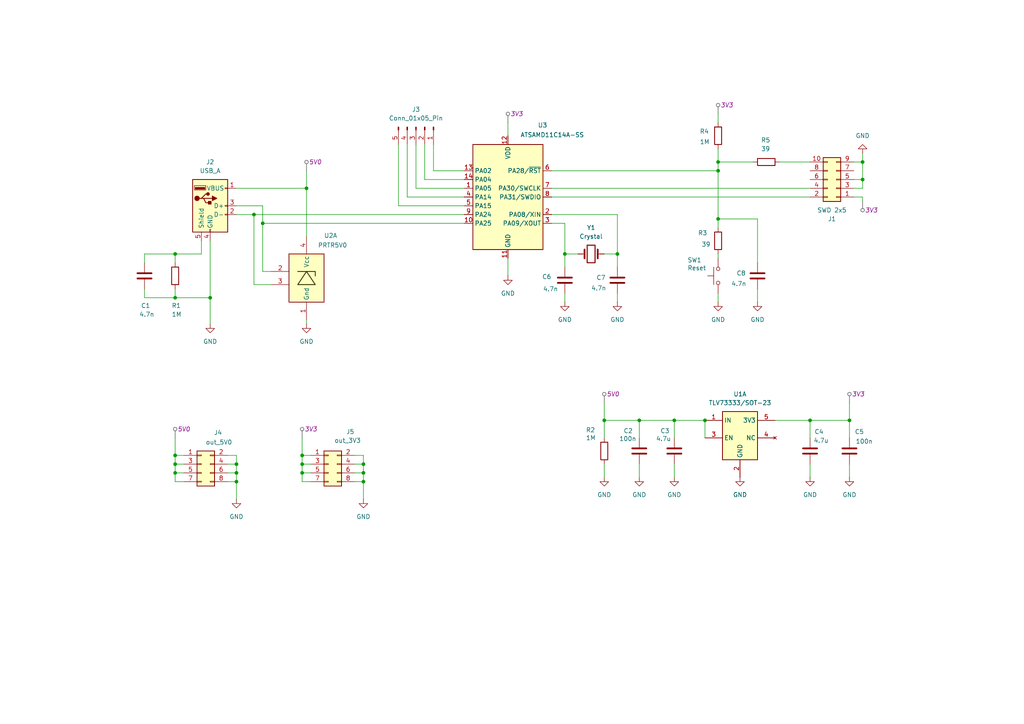
<source format=kicad_sch>
(kicad_sch (version 20231120) (generator "eeschema") (generator_version "8.0")
  (paper "A4")
  (lib_symbols
    (symbol "Connector:Conn_01x05_Pin" (pin_names (offset 1.016) hide)
      (property "Reference" "J" (at 0 7.62 0))
      (property "Value" "Conn_01x05_Pin" (at 0 -7.62 0))
      (symbol "Conn_01x05_Pin_1_1"
        (polyline (pts (xy 1.27 -5.08) (xy 0.8636 -5.08)) (stroke (width 0.1524)))
        (polyline (pts (xy 1.27 -2.54) (xy 0.8636 -2.54)) (stroke (width 0.1524)))
        (polyline (pts (xy 1.27 0) (xy 0.8636 0)) (stroke (width 0.1524)))
        (polyline (pts (xy 1.27 2.54) (xy 0.8636 2.54)) (stroke (width 0.1524)))
        (polyline (pts (xy 1.27 5.08) (xy 0.8636 5.08)) (stroke (width 0.1524)))
        (rectangle (start 0.8636 -4.953) (end 0 -5.207) (stroke (width 0.1524)) (fill (type outline)))
        (rectangle (start 0.8636 -2.413) (end 0 -2.667) (stroke (width 0.1524)) (fill (type outline)))
        (rectangle (start 0.8636 0.127) (end 0 -0.127) (stroke (width 0.1524)) (fill (type outline)))
        (rectangle (start 0.8636 2.667) (end 0 2.413) (stroke (width 0.1524)) (fill (type outline)))
        (rectangle (start 0.8636 5.207) (end 0 4.953) (stroke (width 0.1524)) (fill (type outline)))
        (pin passive line (at 5.08 5.08 180) (length 3.81) (name "Pin_1") (number "1"))
        (pin passive line (at 5.08 2.54 180) (length 3.81) (name "Pin_2") (number "2"))
        (pin passive line (at 5.08 0 180) (length 3.81) (name "Pin_3") (number "3"))
        (pin passive line (at 5.08 -2.54 180) (length 3.81) (name "Pin_4") (number "4"))
        (pin passive line (at 5.08 -5.08 180) (length 3.81) (name "Pin_5") (number "5"))
      )
    )
    (symbol "Connector:USB_A" (pin_names (offset 1.016))
      (property "Reference" "J" (at -5.08 11.43 0))
      (property "Value" "USB_A" (at -5.08 8.89 0))
      (symbol "USB_A_0_1"
        (rectangle (start -5.08 -7.62) (end 5.08 7.62) (stroke (width 0.254)) (fill (type background)))
        (circle (center -3.81 2.159) (radius 0.635) (stroke (width 0.254)) (fill (type outline)))
        (rectangle (start -1.524 4.826) (end -4.318 5.334) (fill (type outline)))
        (rectangle (start -1.27 4.572) (end -4.572 5.842))
        (circle (center -0.635 3.429) (radius 0.381) (stroke (width 0.254)) (fill (type outline)))
        (rectangle (start -0.127 -7.62) (end 0.127 -6.858))
        (polyline (pts (xy -3.175 2.159) (xy -2.54 2.159) (xy -1.27 3.429) (xy -0.635 3.429)) (stroke (width 0.254)))
        (polyline (pts (xy -2.54 2.159) (xy -1.905 2.159) (xy -1.27 0.889) (xy 0 0.889)) (stroke (width 0.254)))
        (polyline (pts (xy 0.635 2.794) (xy 0.635 1.524) (xy 1.905 2.159) (xy 0.635 2.794)) (stroke (width 0.254)) (fill (type outline)))
        (rectangle (start 0.254 1.27) (end -0.508 0.508) (stroke (width 0.254)) (fill (type outline)))
        (rectangle (start 5.08 -2.667) (end 4.318 -2.413))
        (rectangle (start 5.08 -0.127) (end 4.318 0.127))
        (rectangle (start 5.08 4.953) (end 4.318 5.207))
      )
      (symbol "USB_A_1_1"
        (polyline (pts (xy -1.905 2.159) (xy 0.635 2.159)) (stroke (width 0.254)))
        (pin power_in line (at 7.62 5.08 180) (length 2.54) (name "VBUS") (number "1"))
        (pin bidirectional line (at 7.62 -2.54 180) (length 2.54) (name "D-") (number "2"))
        (pin bidirectional line (at 7.62 0 180) (length 2.54) (name "D+") (number "3"))
        (pin power_in line (at 0 -10.16 90) (length 2.54) (name "GND") (number "4"))
        (pin passive line (at -2.54 -10.16 90) (length 2.54) (name "Shield") (number "5"))
      )
    )
    (symbol "Connector_Generic:Conn_02x04_Odd_Even" (pin_names (offset 1.016) hide)
      (property "Reference" "J" (at 1.27 5.08 0))
      (property "Value" "Conn_02x04_Odd_Even" (at 1.27 -7.62 0))
      (symbol "Conn_02x04_Odd_Even_1_1"
        (rectangle (start -1.27 -4.953) (end 0 -5.207) (stroke (width 0.1524)))
        (rectangle (start -1.27 -2.413) (end 0 -2.667) (stroke (width 0.1524)))
        (rectangle (start -1.27 0.127) (end 0 -0.127) (stroke (width 0.1524)))
        (rectangle (start -1.27 2.667) (end 0 2.413) (stroke (width 0.1524)))
        (rectangle (start -1.27 3.81) (end 3.81 -6.35) (stroke (width 0.254)) (fill (type background)))
        (rectangle (start 3.81 -4.953) (end 2.54 -5.207) (stroke (width 0.1524)))
        (rectangle (start 3.81 -2.413) (end 2.54 -2.667) (stroke (width 0.1524)))
        (rectangle (start 3.81 0.127) (end 2.54 -0.127) (stroke (width 0.1524)))
        (rectangle (start 3.81 2.667) (end 2.54 2.413) (stroke (width 0.1524)))
        (pin passive line (at -5.08 2.54 0) (length 3.81) (name "Pin_1") (number "1"))
        (pin passive line (at 7.62 2.54 180) (length 3.81) (name "Pin_2") (number "2"))
        (pin passive line (at -5.08 0 0) (length 3.81) (name "Pin_3") (number "3"))
        (pin passive line (at 7.62 0 180) (length 3.81) (name "Pin_4") (number "4"))
        (pin passive line (at -5.08 -2.54 0) (length 3.81) (name "Pin_5") (number "5"))
        (pin passive line (at 7.62 -2.54 180) (length 3.81) (name "Pin_6") (number "6"))
        (pin passive line (at -5.08 -5.08 0) (length 3.81) (name "Pin_7") (number "7"))
        (pin passive line (at 7.62 -5.08 180) (length 3.81) (name "Pin_8") (number "8"))
      )
    )
    (symbol "Connector_Generic:Conn_02x05_Odd_Even" (pin_names (offset 1.016) hide)
      (property "Reference" "J" (at 1.27 7.62 0))
      (property "Value" "Conn_02x05_Odd_Even" (at 1.27 -7.62 0))
      (symbol "Conn_02x05_Odd_Even_1_1"
        (rectangle (start -1.27 -4.953) (end 0 -5.207) (stroke (width 0.1524)))
        (rectangle (start -1.27 -2.413) (end 0 -2.667) (stroke (width 0.1524)))
        (rectangle (start -1.27 0.127) (end 0 -0.127) (stroke (width 0.1524)))
        (rectangle (start -1.27 2.667) (end 0 2.413) (stroke (width 0.1524)))
        (rectangle (start -1.27 5.207) (end 0 4.953) (stroke (width 0.1524)))
        (rectangle (start -1.27 6.35) (end 3.81 -6.35) (stroke (width 0.254)) (fill (type background)))
        (rectangle (start 3.81 -4.953) (end 2.54 -5.207) (stroke (width 0.1524)))
        (rectangle (start 3.81 -2.413) (end 2.54 -2.667) (stroke (width 0.1524)))
        (rectangle (start 3.81 0.127) (end 2.54 -0.127) (stroke (width 0.1524)))
        (rectangle (start 3.81 2.667) (end 2.54 2.413) (stroke (width 0.1524)))
        (rectangle (start 3.81 5.207) (end 2.54 4.953) (stroke (width 0.1524)))
        (pin passive line (at -5.08 5.08 0) (length 3.81) (name "Pin_1") (number "1"))
        (pin passive line (at 7.62 -5.08 180) (length 3.81) (name "Pin_10") (number "10"))
        (pin passive line (at 7.62 5.08 180) (length 3.81) (name "Pin_2") (number "2"))
        (pin passive line (at -5.08 2.54 0) (length 3.81) (name "Pin_3") (number "3"))
        (pin passive line (at 7.62 2.54 180) (length 3.81) (name "Pin_4") (number "4"))
        (pin passive line (at -5.08 0 0) (length 3.81) (name "Pin_5") (number "5"))
        (pin passive line (at 7.62 0 180) (length 3.81) (name "Pin_6") (number "6"))
        (pin passive line (at -5.08 -2.54 0) (length 3.81) (name "Pin_7") (number "7"))
        (pin passive line (at 7.62 -2.54 180) (length 3.81) (name "Pin_8") (number "8"))
        (pin passive line (at -5.08 -5.08 0) (length 3.81) (name "Pin_9") (number "9"))
      )
    )
    (symbol "Device:C" (pin_numbers hide) (pin_names (offset 0.254))
      (property "Reference" "C" (at 0.635 2.54 0))
      (property "Value" "C" (at 0.635 -2.54 0))
      (symbol "C_0_1"
        (polyline (pts (xy -2.032 -0.762) (xy 2.032 -0.762)) (stroke (width 0.508)))
        (polyline (pts (xy -2.032 0.762) (xy 2.032 0.762)) (stroke (width 0.508)))
      )
      (symbol "C_1_1"
        (pin passive line (at 0 3.81 270) (length 2.794) (name "~") (number "1"))
        (pin passive line (at 0 -3.81 90) (length 2.794) (name "~") (number "2"))
      )
    )
    (symbol "Device:Crystal" (pin_numbers hide) (pin_names (offset 1.016) hide)
      (property "Reference" "Y" (at 0 3.81 0))
      (property "Value" "Crystal" (at 0 -3.81 0))
      (symbol "Crystal_0_1"
        (rectangle (start -1.143 2.54) (end 1.143 -2.54) (stroke (width 0.3048)))
        (polyline (pts (xy -2.54 0) (xy -1.905 0)))
        (polyline (pts (xy -1.905 -1.27) (xy -1.905 1.27)) (stroke (width 0.508)))
        (polyline (pts (xy 1.905 -1.27) (xy 1.905 1.27)) (stroke (width 0.508)))
        (polyline (pts (xy 2.54 0) (xy 1.905 0)))
      )
      (symbol "Crystal_1_1"
        (pin passive line (at -3.81 0 0) (length 1.27) (name "1") (number "1"))
        (pin passive line (at 3.81 0 180) (length 1.27) (name "2") (number "2"))
      )
    )
    (symbol "Device:R" (pin_numbers hide) (pin_names (offset 0))
      (property "Reference" "R" (at 2.032 0 90))
      (property "Value" "R" (at 0 0 90))
      (symbol "R_0_1"
        (rectangle (start -1.016 -2.54) (end 1.016 2.54) (stroke (width 0.254)))
      )
      (symbol "R_1_1"
        (pin passive line (at 0 3.81 270) (length 1.27) (name "~") (number "1"))
        (pin passive line (at 0 -3.81 90) (length 1.27) (name "~") (number "2"))
      )
    )
    (symbol "MCU_Microchip_SAMD:ATSAMD11C14A-SS"
      (property "Reference" "U" (at -10.16 16.51 0))
      (property "Value" "ATSAMD11C14A-SS" (at 1.27 16.51 0))
      (symbol "ATSAMD11C14A-SS_0_1"
        (rectangle (start -10.16 15.24) (end 10.16 -15.24) (stroke (width 0.254)) (fill (type background)))
      )
      (symbol "ATSAMD11C14A-SS_1_1"
        (pin bidirectional line (at 12.7 2.54 180) (length 2.54) (name "PA05") (number "1"))
        (pin bidirectional line (at 12.7 -7.62 180) (length 2.54) (name "PA25") (number "10"))
        (pin power_in line (at 0 -17.78 90) (length 2.54) (name "GND") (number "11"))
        (pin power_in line (at 0 17.78 270) (length 2.54) (name "VDD") (number "12"))
        (pin bidirectional line (at 12.7 7.62 180) (length 2.54) (name "PA02") (number "13"))
        (pin bidirectional line (at 12.7 5.08 180) (length 2.54) (name "PA04") (number "14"))
        (pin bidirectional line (at -12.7 -5.08 0) (length 2.54) (name "PA08/XIN") (number "2"))
        (pin bidirectional line (at -12.7 -7.62 0) (length 2.54) (name "PA09/XOUT") (number "3"))
        (pin bidirectional line (at 12.7 0 180) (length 2.54) (name "PA14") (number "4"))
        (pin bidirectional line (at 12.7 -2.54 180) (length 2.54) (name "PA15") (number "5"))
        (pin bidirectional line (at -12.7 7.62 0) (length 2.54) (name "PA28/~{RST}") (number "6"))
        (pin bidirectional line (at -12.7 2.54 0) (length 2.54) (name "PA30/SWCLK") (number "7"))
        (pin bidirectional line (at -12.7 0 0) (length 2.54) (name "PA31/SWDIO") (number "8"))
        (pin bidirectional line (at 12.7 -5.08 180) (length 2.54) (name "PA24") (number "9"))
      )
    )
    (symbol "Secoh:USB/PRTR5V0-SOT-143"
      (property "Reference" "U" (at 3.556 8.89 0))
      (property "Value" "PRTR5V0" (at 4.826 -8.382 0))
      (symbol "USB/PRTR5V0-SOT-143_0_0"
        (rectangle (start -5.08 7.62) (end 5.08 -6.35) (stroke (width 0.254)) (fill (type background)))
        (pin passive line (at 0 -11.43 90) (length 5.08) (name "Gnd") (number "1"))
        (pin passive line (at 0 12.7 270) (length 5.08) (name "Vcc") (number "4"))
      )
      (symbol "USB/PRTR5V0-SOT-143_0_1"
        (polyline (pts (xy -1.27 0) (xy -1.27 0)))
        (polyline (pts (xy -2.54 2.54) (xy 2.54 2.54) (xy 2.54 1.27)) (stroke (width 0.254) (color 52 50 0 1)))
        (polyline (pts (xy 0 2.54) (xy 2.54 -1.27) (xy -2.54 -1.27) (xy 0 2.54)) (stroke (width 0.254) (color 52 50 0 1)))
      )
      (symbol "USB/PRTR5V0-SOT-143_1_1"
        (pin input line (at -10.16 2.54 0) (length 5.08) (name "~") (number "2"))
        (pin input line (at -10.16 -1.27 0) (length 5.08) (name "~") (number "3"))
      )
      (symbol "USB/PRTR5V0-SOT-143_2_1"
        (pin input line (at -10.16 2.54 0) (length 7.62) (name "~") (number "5"))
        (pin input line (at -10.16 -2.54 0) (length 7.62) (name "~") (number "6"))
      )
      (symbol "USB/PRTR5V0-SOT-143_3_1"
        (pin input line (at -10.16 2.54 0) (length 7.62) (name "~") (number "8"))
        (pin input line (at -10.16 -2.54 0) (length 7.62) (name "~") (number "9"))
      )
      (symbol "USB/PRTR5V0-SOT-143_4_1"
        (pin input line (at -10.16 2.54 0) (length 7.62) (name "~") (number "12"))
        (pin input line (at -10.16 -2.54 0) (length 7.62) (name "~") (number "13"))
      )
    )
    (symbol "Secoh:VRegs/TLV73333-SOT-23"
      (property "Reference" "U" (at -4.572 9.398 0))
      (property "Value" "TLV73333/SOT-23" (at -0.508 6.858 0))
      (symbol "VRegs/TLV73333-SOT-23_0_0"
        (rectangle (start -5.08 5.08) (end 5.08 -8.89) (stroke (width 0.254)) (fill (type background)))
        (pin passive line (at 0 -13.97 90) (length 5.08) (name "GND") (number "2"))
        (pin no_connect line (at 10.16 -2.54 180) (length 5.08) (name "NC") (number "4"))
      )
      (symbol "VRegs/TLV73333-SOT-23_1_1"
        (pin input line (at -10.16 2.54 0) (length 5.08) (name "IN") (number "1"))
        (pin input line (at -10.16 -2.54 0) (length 5.08) (name "EN") (number "3"))
        (pin output line (at 10.16 2.54 180) (length 5.08) (name "3V3") (number "5"))
      )
      (symbol "VRegs/TLV73333-SOT-23_2_1"
        (pin output line (at 7.62 2.54 180) (length 5.08) (name "3V3") (number "4"))
        (pin input line (at -7.62 2.54 0) (length 5.08) (name "IN") (number "5"))
        (pin input line (at -7.62 -2.54 0) (length 5.08) (name "EN") (number "6"))
      )
      (symbol "VRegs/TLV73333-SOT-23_3_1"
        (pin output line (at 7.62 2.54 180) (length 5.08) (name "3V3") (number "10"))
        (pin input line (at -7.62 2.54 0) (length 5.08) (name "IN") (number "8"))
        (pin input line (at -7.62 -2.54 0) (length 5.08) (name "EN") (number "9"))
      )
      (symbol "VRegs/TLV73333-SOT-23_4_1"
        (pin output line (at 7.62 2.54 180) (length 5.08) (name "3V3") (number "11"))
        (pin input line (at -7.62 2.54 0) (length 5.08) (name "IN") (number "12"))
        (pin input line (at -7.62 -2.54 0) (length 5.08) (name "EN") (number "13"))
      )
    )
    (symbol "Switch:SW_Push" (pin_numbers hide) (pin_names (offset 1.016) hide)
      (property "Reference" "SW" (at 1.27 2.54 0))
      (property "Value" "SW_Push" (at 0 -1.524 0))
      (symbol "SW_Push_0_1"
        (circle (center -2.032 0) (radius 0.508))
        (polyline (pts (xy 0 1.27) (xy 0 3.048)))
        (polyline (pts (xy 2.54 1.27) (xy -2.54 1.27)))
        (circle (center 2.032 0) (radius 0.508))
        (pin passive line (at -5.08 0 0) (length 2.54) (name "1") (number "1"))
        (pin passive line (at 5.08 0 180) (length 2.54) (name "2") (number "2"))
      )
    )
    (symbol "power:GND" (power) (pin_numbers hide) (pin_names (offset 0) hide)
      (property "Value" "GND" (at 0 -3.81 0))
      (symbol "GND_0_1"
        (polyline (pts (xy 0 0) (xy 0 -1.27) (xy 1.27 -1.27) (xy 0 -2.54) (xy -1.27 -1.27) (xy 0 -1.27)))
      )
      (symbol "GND_1_1"
        (pin power_in line (at 0 0 270) (length 0) (name "~") (number "1"))
      )
    )
  )
  (junction (at 105.41 137.16))
  (junction (at 250.19 52.07))
  (junction (at 68.58 134.62))
  (junction (at 195.58 121.92))
  (junction (at 105.41 139.7))
  (junction (at 87.63 137.16))
  (junction (at 105.41 134.62))
  (junction (at 50.8 137.16))
  (junction (at 246.38 121.92))
  (junction (at 208.28 63.5))
  (junction (at 175.26 121.92))
  (junction (at 73.66 62.23))
  (junction (at 50.8 86.36))
  (junction (at 208.28 49.53))
  (junction (at 185.42 121.92))
  (junction (at 68.58 137.16))
  (junction (at 50.8 134.62))
  (junction (at 76.2 64.77))
  (junction (at 68.58 139.7))
  (junction (at 234.95 121.92))
  (junction (at 163.83 73.66))
  (junction (at 208.28 46.99))
  (junction (at 87.63 132.08))
  (junction (at 250.19 46.99))
  (junction (at 60.96 86.36))
  (junction (at 204.47 121.92))
  (junction (at 87.63 134.62))
  (junction (at 50.8 132.08))
  (junction (at 88.9 54.61))
  (junction (at 179.07 73.66))
  (junction (at 50.8 73.66))
  (wire (pts (xy 68.58 137.16) (xy 68.58 134.62)))
  (wire (pts (xy 53.34 139.7) (xy 50.8 139.7)))
  (wire (pts (xy 68.58 134.62) (xy 66.04 134.62)))
  (wire (pts (xy 208.28 66.04) (xy 208.28 63.5)))
  (wire (pts (xy 87.63 137.16) (xy 90.17 137.16)))
  (wire (pts (xy 208.28 85.09) (xy 208.28 87.63)))
  (wire (pts (xy 175.26 116.84) (xy 175.26 121.92)))
  (wire (pts (xy 105.41 139.7) (xy 105.41 137.16)))
  (wire (pts (xy 250.19 54.61) (xy 250.19 52.07)))
  (wire (pts (xy 208.28 46.99) (xy 208.28 49.53)))
  (wire (pts (xy 208.28 43.18) (xy 208.28 46.99)))
  (wire (pts (xy 163.83 73.66) (xy 167.64 73.66)))
  (wire (pts (xy 76.2 64.77) (xy 76.2 78.74)))
  (wire (pts (xy 105.41 137.16) (xy 102.87 137.16)))
  (wire (pts (xy 175.26 134.62) (xy 175.26 138.43)))
  (wire (pts (xy 125.73 41.91) (xy 125.73 49.53)))
  (wire (pts (xy 226.06 46.99) (xy 234.95 46.99)))
  (wire (pts (xy 87.63 127) (xy 87.63 132.08)))
  (wire (pts (xy 87.63 139.7) (xy 90.17 139.7)))
  (wire (pts (xy 66.04 139.7) (xy 68.58 139.7)))
  (wire (pts (xy 87.63 137.16) (xy 87.63 139.7)))
  (wire (pts (xy 87.63 134.62) (xy 87.63 137.16)))
  (wire (pts (xy 208.28 33.02) (xy 208.28 35.56)))
  (wire (pts (xy 50.8 86.36) (xy 60.96 86.36)))
  (wire (pts (xy 60.96 86.36) (xy 60.96 93.98)))
  (wire (pts (xy 118.11 41.91) (xy 118.11 57.15)))
  (wire (pts (xy 68.58 134.62) (xy 68.58 132.08)))
  (wire (pts (xy 224.79 121.92) (xy 234.95 121.92)))
  (wire (pts (xy 50.8 137.16) (xy 50.8 134.62)))
  (wire (pts (xy 105.41 132.08) (xy 105.41 134.62)))
  (wire (pts (xy 208.28 63.5) (xy 208.28 49.53)))
  (wire (pts (xy 219.71 83.82) (xy 219.71 87.63)))
  (wire (pts (xy 120.65 54.61) (xy 134.62 54.61)))
  (wire (pts (xy 73.66 62.23) (xy 134.62 62.23)))
  (wire (pts (xy 250.19 52.07) (xy 250.19 46.99)))
  (wire (pts (xy 68.58 137.16) (xy 66.04 137.16)))
  (wire (pts (xy 250.19 46.99) (xy 247.65 46.99)))
  (wire (pts (xy 87.63 134.62) (xy 90.17 134.62)))
  (wire (pts (xy 179.07 85.09) (xy 179.07 87.63)))
  (wire (pts (xy 76.2 59.69) (xy 76.2 64.77)))
  (wire (pts (xy 50.8 132.08) (xy 53.34 132.08)))
  (wire (pts (xy 41.91 86.36) (xy 50.8 86.36)))
  (wire (pts (xy 60.96 69.85) (xy 60.96 86.36)))
  (wire (pts (xy 90.17 132.08) (xy 87.63 132.08)))
  (wire (pts (xy 105.41 134.62) (xy 102.87 134.62)))
  (wire (pts (xy 50.8 73.66) (xy 41.91 73.66)))
  (wire (pts (xy 247.65 54.61) (xy 250.19 54.61)))
  (wire (pts (xy 234.95 134.62) (xy 234.95 138.43)))
  (wire (pts (xy 50.8 134.62) (xy 53.34 134.62)))
  (wire (pts (xy 246.38 121.92) (xy 246.38 127)))
  (wire (pts (xy 160.02 57.15) (xy 234.95 57.15)))
  (wire (pts (xy 50.8 134.62) (xy 50.8 132.08)))
  (wire (pts (xy 160.02 54.61) (xy 234.95 54.61)))
  (wire (pts (xy 88.9 49.53) (xy 88.9 54.61)))
  (wire (pts (xy 219.71 76.2) (xy 219.71 63.5)))
  (wire (pts (xy 195.58 121.92) (xy 185.42 121.92)))
  (wire (pts (xy 208.28 46.99) (xy 218.44 46.99)))
  (wire (pts (xy 76.2 64.77) (xy 134.62 64.77)))
  (wire (pts (xy 73.66 82.55) (xy 73.66 62.23)))
  (wire (pts (xy 50.8 73.66) (xy 58.42 73.66)))
  (wire (pts (xy 250.19 52.07) (xy 247.65 52.07)))
  (wire (pts (xy 185.42 121.92) (xy 175.26 121.92)))
  (wire (pts (xy 195.58 121.92) (xy 195.58 127)))
  (wire (pts (xy 219.71 63.5) (xy 208.28 63.5)))
  (wire (pts (xy 163.83 73.66) (xy 163.83 64.77)))
  (wire (pts (xy 76.2 78.74) (xy 78.74 78.74)))
  (wire (pts (xy 123.19 41.91) (xy 123.19 52.07)))
  (wire (pts (xy 105.41 139.7) (xy 105.41 144.78)))
  (wire (pts (xy 50.8 139.7) (xy 50.8 137.16)))
  (wire (pts (xy 58.42 73.66) (xy 58.42 69.85)))
  (wire (pts (xy 68.58 132.08) (xy 66.04 132.08)))
  (wire (pts (xy 163.83 64.77) (xy 160.02 64.77)))
  (wire (pts (xy 125.73 49.53) (xy 134.62 49.53)))
  (wire (pts (xy 88.9 68.58) (xy 88.9 54.61)))
  (wire (pts (xy 185.42 134.62) (xy 185.42 138.43)))
  (wire (pts (xy 179.07 73.66) (xy 175.26 73.66)))
  (wire (pts (xy 50.8 76.2) (xy 50.8 73.66)))
  (wire (pts (xy 41.91 83.82) (xy 41.91 86.36)))
  (wire (pts (xy 163.83 85.09) (xy 163.83 87.63)))
  (wire (pts (xy 68.58 139.7) (xy 68.58 137.16)))
  (wire (pts (xy 195.58 134.62) (xy 195.58 138.43)))
  (wire (pts (xy 246.38 116.84) (xy 246.38 121.92)))
  (wire (pts (xy 234.95 121.92) (xy 234.95 127)))
  (wire (pts (xy 50.8 127) (xy 50.8 132.08)))
  (wire (pts (xy 68.58 54.61) (xy 88.9 54.61)))
  (wire (pts (xy 115.57 41.91) (xy 115.57 59.69)))
  (wire (pts (xy 204.47 121.92) (xy 204.47 127)))
  (wire (pts (xy 160.02 49.53) (xy 208.28 49.53)))
  (wire (pts (xy 68.58 139.7) (xy 68.58 144.78)))
  (wire (pts (xy 105.41 134.62) (xy 105.41 137.16)))
  (wire (pts (xy 102.87 132.08) (xy 105.41 132.08)))
  (wire (pts (xy 163.83 77.47) (xy 163.83 73.66)))
  (wire (pts (xy 147.32 35.56) (xy 147.32 39.37)))
  (wire (pts (xy 50.8 137.16) (xy 53.34 137.16)))
  (wire (pts (xy 179.07 73.66) (xy 179.07 77.47)))
  (wire (pts (xy 68.58 59.69) (xy 76.2 59.69)))
  (wire (pts (xy 134.62 57.15) (xy 118.11 57.15)))
  (wire (pts (xy 250.19 57.15) (xy 247.65 57.15)))
  (wire (pts (xy 120.65 41.91) (xy 120.65 54.61)))
  (wire (pts (xy 175.26 121.92) (xy 175.26 127)))
  (wire (pts (xy 134.62 59.69) (xy 115.57 59.69)))
  (wire (pts (xy 234.95 121.92) (xy 246.38 121.92)))
  (wire (pts (xy 246.38 134.62) (xy 246.38 138.43)))
  (wire (pts (xy 250.19 58.42) (xy 250.19 57.15)))
  (wire (pts (xy 88.9 92.71) (xy 88.9 93.98)))
  (wire (pts (xy 208.28 73.66) (xy 208.28 74.93)))
  (wire (pts (xy 87.63 132.08) (xy 87.63 134.62)))
  (wire (pts (xy 185.42 121.92) (xy 185.42 127)))
  (wire (pts (xy 78.74 82.55) (xy 73.66 82.55)))
  (wire (pts (xy 179.07 62.23) (xy 179.07 73.66)))
  (wire (pts (xy 250.19 44.45) (xy 250.19 46.99)))
  (wire (pts (xy 160.02 62.23) (xy 179.07 62.23)))
  (wire (pts (xy 102.87 139.7) (xy 105.41 139.7)))
  (wire (pts (xy 147.32 74.93) (xy 147.32 80.01)))
  (wire (pts (xy 50.8 86.36) (xy 50.8 83.82)))
  (wire (pts (xy 41.91 73.66) (xy 41.91 76.2)))
  (wire (pts (xy 68.58 62.23) (xy 73.66 62.23)))
  (wire (pts (xy 134.62 52.07) (xy 123.19 52.07)))
  (wire (pts (xy 204.47 121.92) (xy 195.58 121.92)))
  (netclass_flag "" (length 2.54) (shape round) (at 175.26 116.84 0) (property "Netclass" "5V0" (at 175.9585 114.3 0) (effects (font (italic yes)) (justify left))))
  (netclass_flag "" (length 2.54) (shape round) (at 246.38 116.84 0) (property "Netclass" "3V3" (at 247.0785 114.3 0) (effects (font (italic yes)) (justify left))))
  (netclass_flag "" (length 2.54) (shape round) (at 88.9 49.53 0) (property "Netclass" "5V0" (at 89.5985 46.99 0) (effects (font (italic yes)) (justify left))))
  (netclass_flag "" (length 2.54) (shape round) (at 250.19 58.42 180) (property "Netclass" "3V3" (at 250.8885 60.96 0) (effects (font (italic yes)) (justify left))))
  (netclass_flag "" (length 2.54) (shape round) (at 87.63 127 0) (property "Netclass" "3V3" (at 88.3285 124.46 0) (effects (font (italic yes)) (justify left))))
  (netclass_flag "" (length 2.54) (shape round) (at 208.28 33.02 0) (property "Netclass" "3V3" (at 208.9785 30.48 0) (effects (font (italic yes)) (justify left))))
  (netclass_flag "" (length 2.54) (shape round) (at 50.8 127 0) (property "Netclass" "5V0" (at 51.4985 124.46 0) (effects (font (italic yes)) (justify left))))
  (netclass_flag "" (length 2.54) (shape round) (at 147.32 35.56 0) (property "Netclass" "3V3" (at 148.0185 33.02 0) (effects (font (italic yes)) (justify left))))
  (symbol (lib_id "power:GND") (at 179.07 87.63 0) (unit 1)
    (property "Reference" "#PWR07" (effects (hide yes)))
    (property "Value" "GND" (at 179.07 92.71 0))
    (property "Description" "Power symbol creates a global label with name \"GND\" , ground" (effects (hide yes)))
  )
  (symbol (lib_id "Device:R") (at 50.8 80.01 0) (unit 1)
    (property "Reference" "R1" (at 49.784 88.646 0) (effects (justify left)))
    (property "Value" "1M" (at 49.784 91.186 0) (effects (justify left)))
    (property "Description" "Resistor" (effects (hide yes)))
  )
  (symbol (lib_id "Connector_Generic:Conn_02x04_Odd_Even") (at 58.42 134.62 0) (unit 1)
    (property "Reference" "J4" (at 63.246 125.476 0))
    (property "Value" "out_5V0" (at 63.5 128.27 0))
    (property "Description" "Generic connector, double row, 02x04, odd/even pin numbering scheme (row 1 odd numbers, row 2 even numbers), script generated (kicad-library-utils/schlib/autogen/connector/)" (effects (hide yes)))
  )
  (symbol (lib_id "Device:C") (at 246.38 130.81 0) (unit 1)
    (property "Reference" "C5" (at 247.904 125.222 0) (effects (justify left)))
    (property "Value" "100n" (at 248.158 128.016 0) (effects (justify left)))
    (property "Description" "Unpolarized capacitor" (effects (hide yes)))
  )
  (symbol (lib_id "power:GND") (at 185.42 138.43 0) (unit 1)
    (property "Reference" "#PWR010" (effects (hide yes)))
    (property "Value" "GND" (at 185.42 143.51 0))
    (property "Description" "Power symbol creates a global label with name \"GND\" , ground" (effects (hide yes)))
  )
  (symbol (lib_id "Device:R") (at 222.25 46.99 270) (unit 1)
    (property "Reference" "R5" (at 220.726 40.64 90) (effects (justify left)))
    (property "Value" "39" (at 220.726 43.18 90) (effects (justify left)))
    (property "Description" "Resistor" (effects (hide yes)))
  )
  (symbol (lib_id "power:GND") (at 234.95 138.43 0) (unit 1)
    (property "Reference" "#PWR013" (effects (hide yes)))
    (property "Value" "GND" (at 234.95 143.51 0))
    (property "Description" "Power symbol creates a global label with name \"GND\" , ground" (effects (hide yes)))
  )
  (symbol (lib_id "power:GND") (at 250.19 44.45 180) (unit 1)
    (property "Reference" "#PWR05" (effects (hide yes)))
    (property "Value" "GND" (at 250.19 39.37 0))
    (property "Description" "Power symbol creates a global label with name \"GND\" , ground" (effects (hide yes)))
  )
  (symbol (lib_id "power:GND") (at 219.71 87.63 0) (unit 1)
    (property "Reference" "#PWR09" (effects (hide yes)))
    (property "Value" "GND" (at 219.71 92.71 0))
    (property "Description" "Power symbol creates a global label with name \"GND\" , ground" (effects (hide yes)))
  )
  (symbol (lib_id "Secoh:VRegs/TLV73333-SOT-23") (at 214.63 124.46 0) (unit 1)
    (property "Reference" "U1" (at 214.63 114.3 0))
    (property "Value" "TLV73333/SOT-23" (at 214.63 116.84 0))
    (property "Footprint" "Package_TO_SOT_SMD:SOT-23-5_HandSoldering" (effects (hide yes)))
  )
  (symbol (lib_id "Device:C") (at 163.83 81.28 0) (unit 1)
    (property "Reference" "C6" (at 157.226 80.264 0) (effects (justify left)))
    (property "Value" "4.7n" (at 157.48 83.82 0) (effects (justify left)))
    (property "Description" "Unpolarized capacitor" (effects (hide yes)))
  )
  (symbol (lib_id "power:GND") (at 68.58 144.78 0) (unit 1)
    (property "Reference" "#PWR015" (effects (hide yes)))
    (property "Value" "GND" (at 68.58 149.86 0))
    (property "Description" "Power symbol creates a global label with name \"GND\" , ground" (effects (hide yes)))
  )
  (symbol (lib_id "Device:R") (at 208.28 39.37 0) (unit 1)
    (property "Reference" "R4" (at 202.946 38.1 0) (effects (justify left)))
    (property "Value" "1M" (at 202.946 41.148 0) (effects (justify left)))
    (property "Description" "Resistor" (effects (hide yes)))
  )
  (symbol (lib_id "Device:C") (at 185.42 130.81 0) (unit 1)
    (property "Reference" "C2" (at 180.848 124.968 0) (effects (justify left)))
    (property "Value" "100n" (at 179.578 127.254 0) (effects (justify left)))
    (property "Description" "Unpolarized capacitor" (effects (hide yes)))
  )
  (symbol (lib_id "Device:C") (at 179.07 81.28 0) (unit 1)
    (property "Reference" "C7" (at 172.974 80.518 0) (effects (justify left)))
    (property "Value" "4.7n" (at 171.45 83.566 0) (effects (justify left)))
    (property "Description" "Unpolarized capacitor" (effects (hide yes)))
  )
  (symbol (lib_id "MCU_Microchip_SAMD:ATSAMD11C14A-SS") (at 147.32 57.15 0) (mirror y) (unit 1)
    (property "Reference" "U3" (at 158.75 36.322 0) (effects (justify left)))
    (property "Value" "ATSAMD11C14A-SS" (at 169.418 39.116 0) (effects (justify left)))
    (property "Footprint" "Package_SO:SOIC-14_3.9x8.7mm_P1.27mm" (effects (hide yes)))
    (property "Datasheet" "http://ww1.microchip.com/downloads/en/DeviceDoc/Atmel-42363-SAM-D11_Datasheet.pdf" (effects (hide yes)))
    (property "Description" "ARM Cortex-M0+ MCU, 48MHz, 16KB Flash, 4KB RAM, 1.6-3.6V, 18 GPIO, SOIC-14" (effects (hide yes)))
  )
  (symbol (lib_id "power:GND") (at 88.9 93.98 0) (unit 1)
    (property "Reference" "#PWR03" (effects (hide yes)))
    (property "Value" "GND" (at 88.9 99.06 0))
    (property "Description" "Power symbol creates a global label with name \"GND\" , ground" (effects (hide yes)))
  )
  (symbol (lib_id "power:GND") (at 208.28 87.63 0) (unit 1)
    (property "Reference" "#PWR08" (effects (hide yes)))
    (property "Value" "GND" (at 208.28 92.71 0))
    (property "Description" "Power symbol creates a global label with name \"GND\" , ground" (effects (hide yes)))
  )
  (symbol (lib_id "power:GND") (at 214.63 138.43 0) (unit 1)
    (property "Reference" "#PWR012" (effects (hide yes)))
    (property "Value" "GND" (at 214.63 143.51 0))
    (property "Description" "Power symbol creates a global label with name \"GND\" , ground" (effects (hide yes)))
  )
  (symbol (lib_id "power:GND") (at 246.38 138.43 0) (unit 1)
    (property "Reference" "#PWR014" (effects (hide yes)))
    (property "Value" "GND" (at 246.38 143.51 0))
    (property "Description" "Power symbol creates a global label with name \"GND\" , ground" (effects (hide yes)))
  )
  (symbol (lib_id "power:GND") (at 147.32 80.01 0) (unit 1)
    (property "Reference" "#PWR04" (effects (hide yes)))
    (property "Value" "GND" (at 147.32 85.09 0))
    (property "Description" "Power symbol creates a global label with name \"GND\" , ground" (effects (hide yes)))
  )
  (symbol (lib_id "Device:C") (at 234.95 130.81 0) (unit 1)
    (property "Reference" "C4" (at 236.22 125.222 0) (effects (justify left)))
    (property "Value" "4.7u" (at 235.966 127.762 0) (effects (justify left)))
    (property "Description" "Unpolarized capacitor" (effects (hide yes)))
  )
  (symbol (lib_id "power:GND") (at 163.83 87.63 0) (unit 1)
    (property "Reference" "#PWR06" (effects (hide yes)))
    (property "Value" "GND" (at 163.83 92.71 0))
    (property "Description" "Power symbol creates a global label with name \"GND\" , ground" (effects (hide yes)))
  )
  (symbol (lib_id "Device:C") (at 195.58 130.81 0) (unit 1)
    (property "Reference" "C3" (at 191.516 124.968 0) (effects (justify left)))
    (property "Value" "4.7u" (at 190.246 127.254 0) (effects (justify left)))
    (property "Description" "Unpolarized capacitor" (effects (hide yes)))
  )
  (symbol (lib_id "power:GND") (at 175.26 138.43 0) (unit 1)
    (property "Reference" "#PWR02" (effects (hide yes)))
    (property "Value" "GND" (at 175.26 143.51 0))
    (property "Description" "Power symbol creates a global label with name \"GND\" , ground" (effects (hide yes)))
  )
  (symbol (lib_id "power:GND") (at 60.96 93.98 0) (unit 1)
    (property "Reference" "#PWR01" (effects (hide yes)))
    (property "Value" "GND" (at 60.96 99.06 0))
    (property "Description" "Power symbol creates a global label with name \"GND\" , ground" (effects (hide yes)))
  )
  (symbol (lib_id "Connector_Generic:Conn_02x05_Odd_Even") (at 242.57 52.07 180) (unit 1)
    (property "Reference" "J1" (at 241.3 63.5 0))
    (property "Value" "SWD 2x5" (at 241.3 60.96 0))
    (property "Description" "Generic connector, double row, 02x05, odd/even pin numbering scheme (row 1 odd numbers, row 2 even numbers), script generated (kicad-library-utils/schlib/autogen/connector/)" (effects (hide yes)))
  )
  (symbol (lib_id "Device:R") (at 208.28 69.85 0) (unit 1)
    (property "Reference" "R3" (at 202.438 67.564 0) (effects (justify left)))
    (property "Value" "39" (at 203.454 70.866 0) (effects (justify left)))
    (property "Description" "Resistor" (effects (hide yes)))
  )
  (symbol (lib_id "Switch:SW_Push") (at 208.28 80.01 90) (unit 1)
    (property "Reference" "SW1" (at 199.39 75.438 90) (effects (justify right)))
    (property "Value" "Reset" (at 199.39 77.724 90) (effects (justify right)))
    (property "Description" "Push button switch, generic, two pins" (effects (hide yes)))
  )
  (symbol (lib_id "Device:Crystal") (at 171.45 73.66 0) (unit 1)
    (property "Reference" "Y1" (at 171.45 66.04 0))
    (property "Value" "Crystal" (at 171.45 68.58 0))
    (property "Description" "Two pin crystal" (effects (hide yes)))
  )
  (symbol (lib_id "Device:R") (at 175.26 130.81 0) (unit 1)
    (property "Reference" "R2" (at 169.926 124.714 0) (effects (justify left)))
    (property "Value" "1M" (at 169.926 127 0) (effects (justify left)))
    (property "Description" "Resistor" (effects (hide yes)))
  )
  (symbol (lib_id "Device:C") (at 219.71 80.01 0) (unit 1)
    (property "Reference" "C8" (at 213.614 79.248 0) (effects (justify left)))
    (property "Value" "4.7n" (at 212.09 82.296 0) (effects (justify left)))
    (property "Description" "Unpolarized capacitor" (effects (hide yes)))
  )
  (symbol (lib_id "Connector_Generic:Conn_02x04_Odd_Even") (at 95.25 134.62 0) (unit 1)
    (property "Reference" "J5" (at 101.6 125.222 0))
    (property "Value" "out_3V3" (at 100.838 127.762 0))
    (property "Description" "Generic connector, double row, 02x04, odd/even pin numbering scheme (row 1 odd numbers, row 2 even numbers), script generated (kicad-library-utils/schlib/autogen/connector/)" (effects (hide yes)))
  )
  (symbol (lib_id "power:GND") (at 105.41 144.78 0) (unit 1)
    (property "Reference" "#PWR016" (effects (hide yes)))
    (property "Value" "GND" (at 105.41 149.86 0))
    (property "Description" "Power symbol creates a global label with name \"GND\" , ground" (effects (hide yes)))
  )
  (symbol (lib_id "power:GND") (at 195.58 138.43 0) (unit 1)
    (property "Reference" "#PWR011" (effects (hide yes)))
    (property "Value" "GND" (at 195.58 143.51 0))
    (property "Description" "Power symbol creates a global label with name \"GND\" , ground" (effects (hide yes)))
  )
  (symbol (lib_id "Device:C") (at 41.91 80.01 0) (unit 1)
    (property "Reference" "C1" (at 40.894 88.646 0) (effects (justify left)))
    (property "Value" "4.7n" (at 40.386 91.186 0) (effects (justify left)))
    (property "Description" "Unpolarized capacitor" (effects (hide yes)))
  )
  (symbol (lib_id "Secoh:USB/PRTR5V0-SOT-143") (at 88.9 81.28 0) (unit 1)
    (property "Reference" "U2" (at 93.98 68.326 0) (effects (justify left)))
    (property "Value" "PRTR5V0" (at 92.202 71.12 0) (effects (justify left)))
    (property "Footprint" "Package_TO_SOT_SMD:SOT-143_Handsoldering" (effects (hide yes)))
  )
  (symbol (lib_id "Connector:USB_A") (at 60.96 59.69 0) (unit 1)
    (property "Reference" "J2" (at 60.96 46.99 0))
    (property "Value" "USB_A" (at 60.96 49.53 0))
    (property "Footprint" "Connector_USB:USB_A_Molex_48037-2200_Horizontal" (effects (hide yes)))
    (property "Datasheet" " ~" (effects (hide yes)))
    (property "Description" "USB Type A connector" (effects (hide yes)))
  )
  (symbol (lib_id "Connector:Conn_01x05_Pin") (at 120.65 36.83 270) (unit 1)
    (property "Reference" "J3" (at 120.65 31.75 90))
    (property "Value" "Conn_01x05_Pin" (at 120.65 34.29 90))
    (property "Description" "Generic connector, single row, 01x05, script generated" (effects (hide yes)))
  )
)
</source>
